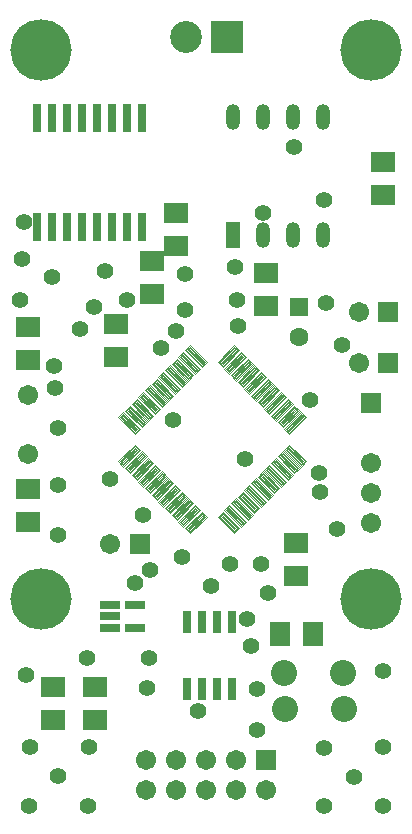
<source format=gts>
%FSLAX43Y43*%
%MOMM*%
G71*
G01*
G75*
%ADD10C,0.100*%
%ADD11R,1.800X1.600*%
%ADD12R,1.600X1.800*%
%ADD13O,1.000X2.000*%
%ADD14R,0.600X1.700*%
%ADD15R,0.600X2.150*%
%ADD16R,0.600X2.150*%
%ADD17R,1.450X0.550*%
%ADD18R,1.000X2.000*%
%ADD19R,1.450X0.550*%
%ADD20C,0.500*%
%ADD21C,1.000*%
%ADD22C,1.500*%
%ADD23R,1.500X1.500*%
%ADD24C,1.400*%
%ADD25C,2.000*%
%ADD26C,5.000*%
%ADD27R,1.400X1.400*%
%ADD28C,2.500*%
%ADD29R,2.500X2.500*%
%ADD30C,1.200*%
%ADD31C,0.300*%
%ADD32R,2.003X1.803*%
%ADD33R,1.803X2.003*%
%ADD34O,1.203X2.203*%
%ADD35R,0.803X1.903*%
%ADD36R,0.803X2.353*%
%ADD37R,0.803X2.353*%
%ADD38R,1.653X0.753*%
%ADD39R,1.203X2.203*%
%ADD40R,1.653X0.753*%
%ADD41C,1.703*%
%ADD42R,1.703X1.703*%
%ADD43C,1.603*%
%ADD44C,2.203*%
%ADD45C,5.203*%
%ADD46R,1.603X1.603*%
%ADD47C,2.703*%
%ADD48R,2.703X2.703*%
%ADD49C,1.403*%
D10*
X20049Y38511D02*
X19623Y38937D01*
X21039Y40354D01*
X21466Y39927D01*
X20049Y38511D01*
Y38629D02*
X19741Y38937D01*
X21039Y40236D01*
X21348Y39927D01*
X20049Y38629D01*
Y38747D02*
X19858Y38937D01*
X21039Y40118D01*
X21230Y39927D01*
X20049Y38747D01*
Y38864D02*
X19976Y38937D01*
X21039Y40000D01*
X21112Y39927D01*
X20049Y38864D01*
X20081Y38951D02*
X21008Y39914D01*
X19484Y39077D02*
X19057Y39503D01*
X20474Y40920D01*
X20900Y40493D01*
X19484Y39077D01*
Y39194D02*
X19175Y39503D01*
X20474Y40802D01*
X20782Y40493D01*
X19484Y39194D01*
Y39312D02*
X19293Y39503D01*
X20474Y40684D01*
X20664Y40493D01*
X19484Y39312D01*
Y39430D02*
X19411Y39503D01*
X20474Y40566D01*
X20546Y40493D01*
X19484Y39430D01*
X19515Y39517D02*
X20442Y40480D01*
X24575Y33985D02*
X24148Y34412D01*
X25565Y35828D01*
X25991Y35402D01*
X24575Y33985D01*
Y34103D02*
X24266Y34412D01*
X25565Y35711D01*
X25873Y35402D01*
X24575Y34103D01*
Y34221D02*
X24384Y34412D01*
X25565Y35593D01*
X25756Y35402D01*
X24575Y34221D01*
Y34339D02*
X24502Y34412D01*
X25565Y35475D01*
X25638Y35402D01*
X24575Y34339D01*
X24606Y34425D02*
X25533Y35388D01*
X24009Y34551D02*
X23583Y34978D01*
X24999Y36394D01*
X25426Y35968D01*
X24009Y34551D01*
Y34669D02*
X23700Y34978D01*
X24999Y36276D01*
X25308Y35968D01*
X24009Y34669D01*
Y34787D02*
X23818Y34978D01*
X24999Y36158D01*
X25190Y35968D01*
X24009Y34787D01*
Y34905D02*
X23936Y34978D01*
X24999Y36040D01*
X25072Y35968D01*
X24009Y34905D01*
X24040Y34991D02*
X24968Y35954D01*
X23443Y35117D02*
X23017Y35543D01*
X24433Y36960D01*
X24860Y36533D01*
X23443Y35117D01*
Y35235D02*
X23135Y35543D01*
X24433Y36842D01*
X24742Y36533D01*
X23443Y35235D01*
Y35352D02*
X23253Y35543D01*
X24433Y36724D01*
X24624Y36533D01*
X23443Y35352D01*
Y35470D02*
X23370Y35543D01*
X24433Y36606D01*
X24506Y36533D01*
X23443Y35470D01*
X23475Y35557D02*
X24402Y36520D01*
X22878Y35682D02*
X22451Y36109D01*
X23868Y37525D01*
X24294Y37099D01*
X22878Y35682D01*
Y35800D02*
X22569Y36109D01*
X23868Y37408D01*
X24176Y37099D01*
X22878Y35800D01*
Y35918D02*
X22687Y36109D01*
X23868Y37290D01*
X24058Y37099D01*
X22878Y35918D01*
Y36036D02*
X22805Y36109D01*
X23868Y37172D01*
X23941Y37099D01*
X22878Y36036D01*
X22909Y36122D02*
X23836Y37085D01*
X22312Y36248D02*
X21885Y36675D01*
X23302Y38091D01*
X23728Y37665D01*
X22312Y36248D01*
Y36366D02*
X22003Y36675D01*
X23302Y37973D01*
X23611Y37665D01*
X22312Y36366D01*
Y36484D02*
X22121Y36675D01*
X23302Y37855D01*
X23493Y37665D01*
X22312Y36484D01*
Y36602D02*
X22239Y36675D01*
X23302Y37738D01*
X23375Y37665D01*
X22312Y36602D01*
X22343Y36688D02*
X23271Y37651D01*
X21746Y36814D02*
X21320Y37240D01*
X22736Y38657D01*
X23163Y38230D01*
X21746Y36814D01*
Y36932D02*
X21438Y37240D01*
X22736Y38539D01*
X23045Y38230D01*
X21746Y36932D01*
Y37049D02*
X21555Y37240D01*
X22736Y38421D01*
X22927Y38230D01*
X21746Y37049D01*
Y37167D02*
X21673Y37240D01*
X22736Y38303D01*
X22809Y38230D01*
X21746Y37167D01*
X21778Y37254D02*
X22705Y38217D01*
X21181Y37379D02*
X20754Y37806D01*
X22171Y39222D01*
X22597Y38796D01*
X21181Y37379D01*
Y37497D02*
X20872Y37806D01*
X22171Y39105D01*
X22479Y38796D01*
X21181Y37497D01*
Y37615D02*
X20990Y37806D01*
X22171Y38987D01*
X22361Y38796D01*
X21181Y37615D01*
Y37733D02*
X21108Y37806D01*
X22171Y38869D01*
X22244Y38796D01*
X21181Y37733D01*
X21212Y37819D02*
X22139Y38782D01*
X20615Y37945D02*
X20188Y38372D01*
X21605Y39788D01*
X22031Y39362D01*
X20615Y37945D01*
Y38063D02*
X20306Y38372D01*
X21605Y39670D01*
X21914Y39362D01*
X20615Y38063D01*
Y38181D02*
X20424Y38372D01*
X21605Y39552D01*
X21796Y39362D01*
X20615Y38181D01*
Y38299D02*
X20542Y38372D01*
X21605Y39435D01*
X21678Y39362D01*
X20615Y38299D01*
X20646Y38385D02*
X21573Y39348D01*
X18918Y39642D02*
X18491Y40069D01*
X19908Y41485D01*
X20334Y41059D01*
X18918Y39642D01*
Y39760D02*
X18609Y40069D01*
X19908Y41367D01*
X20217Y41059D01*
X18918Y39760D01*
Y39878D02*
X18727Y40069D01*
X19908Y41250D01*
X20099Y41059D01*
X18918Y39878D01*
Y39996D02*
X18845Y40069D01*
X19908Y41132D01*
X19981Y41059D01*
X18918Y39996D01*
X18949Y40082D02*
X19876Y41045D01*
X18491Y26987D02*
X18918Y27414D01*
X20334Y25997D01*
X19908Y25571D01*
X18491Y26987D01*
X18609D02*
X18918Y27296D01*
X20216Y25997D01*
X19908Y25689D01*
X18609Y26987D01*
X18727D02*
X18918Y27178D01*
X20099Y25997D01*
X19908Y25806D01*
X18727Y26987D01*
X18845D02*
X18918Y27060D01*
X19981Y25997D01*
X19908Y25924D01*
X18845Y26987D01*
X18931Y26956D02*
X19894Y26029D01*
X19057Y27553D02*
X19484Y27979D01*
X20900Y26563D01*
X20473Y26136D01*
X19057Y27553D01*
X19175D02*
X19484Y27862D01*
X20782Y26563D01*
X20473Y26254D01*
X19175Y27553D01*
X19293D02*
X19484Y27744D01*
X20664Y26563D01*
X20473Y26372D01*
X19293Y27553D01*
X19411D02*
X19484Y27626D01*
X20546Y26563D01*
X20473Y26490D01*
X19411Y27553D01*
X19497Y27522D02*
X20460Y26594D01*
X19623Y28119D02*
X20049Y28545D01*
X21466Y27129D01*
X21039Y26702D01*
X19623Y28119D01*
X19741D02*
X20049Y28427D01*
X21348Y27129D01*
X21039Y26820D01*
X19741Y28119D01*
X19858D02*
X20049Y28309D01*
X21230Y27129D01*
X21039Y26938D01*
X19858Y28119D01*
X19976D02*
X20049Y28192D01*
X21112Y27129D01*
X21039Y27056D01*
X19976Y28119D01*
X20063Y28087D02*
X21026Y27160D01*
X20188Y28684D02*
X20615Y29111D01*
X22031Y27694D01*
X21605Y27268D01*
X20188Y28684D01*
X20306D02*
X20615Y28993D01*
X21914Y27694D01*
X21605Y27386D01*
X20306Y28684D01*
X20424D02*
X20615Y28875D01*
X21796Y27694D01*
X21605Y27504D01*
X20424Y28684D01*
X20542D02*
X20615Y28757D01*
X21678Y27694D01*
X21605Y27621D01*
X20542Y28684D01*
X20628Y28653D02*
X21591Y27726D01*
X20754Y29250D02*
X21181Y29677D01*
X22597Y28260D01*
X22171Y27834D01*
X20754Y29250D01*
X20872D02*
X21181Y29559D01*
X22479Y28260D01*
X22171Y27951D01*
X20872Y29250D01*
X20990D02*
X21181Y29441D01*
X22361Y28260D01*
X22171Y28069D01*
X20990Y29250D01*
X21108D02*
X21181Y29323D01*
X22244Y28260D01*
X22171Y28187D01*
X21108Y29250D01*
X21194Y29219D02*
X22157Y28291D01*
X21320Y29816D02*
X21746Y30242D01*
X23163Y28826D01*
X22736Y28399D01*
X21320Y29816D01*
X21438D02*
X21746Y30124D01*
X23045Y28826D01*
X22736Y28517D01*
X21438Y29816D01*
X21555D02*
X21746Y30007D01*
X22927Y28826D01*
X22736Y28635D01*
X21555Y29816D01*
X21673D02*
X21746Y29889D01*
X22809Y28826D01*
X22736Y28753D01*
X21673Y29816D01*
X21760Y29784D02*
X22723Y28857D01*
X21885Y30381D02*
X22312Y30808D01*
X23728Y29391D01*
X23302Y28965D01*
X21885Y30381D01*
X22003D02*
X22312Y30690D01*
X23611Y29391D01*
X23302Y29083D01*
X22003Y30381D01*
X22121D02*
X22312Y30572D01*
X23493Y29391D01*
X23302Y29201D01*
X22121Y30381D01*
X22239D02*
X22312Y30454D01*
X23375Y29391D01*
X23302Y29318D01*
X22239Y30381D01*
X22325Y30350D02*
X23288Y29423D01*
X22451Y30947D02*
X22878Y31374D01*
X24294Y29957D01*
X23868Y29531D01*
X22451Y30947D01*
X22569D02*
X22878Y31256D01*
X24176Y29957D01*
X23868Y29648D01*
X22569Y30947D01*
X22687D02*
X22878Y31138D01*
X24058Y29957D01*
X23868Y29766D01*
X22687Y30947D01*
X22805D02*
X22878Y31020D01*
X23941Y29957D01*
X23868Y29884D01*
X22805Y30947D01*
X22891Y30916D02*
X23854Y29989D01*
X23017Y31513D02*
X23443Y31939D01*
X24860Y30523D01*
X24433Y30096D01*
X23017Y31513D01*
X23135D02*
X23443Y31821D01*
X24742Y30523D01*
X24433Y30214D01*
X23135Y31513D01*
X23253D02*
X23443Y31704D01*
X24624Y30523D01*
X24433Y30332D01*
X23253Y31513D01*
X23370D02*
X23443Y31586D01*
X24506Y30523D01*
X24433Y30450D01*
X23370Y31513D01*
X23457Y31481D02*
X24420Y30554D01*
X23583Y32078D02*
X24009Y32505D01*
X25426Y31088D01*
X24999Y30662D01*
X23583Y32078D01*
X23700D02*
X24009Y32387D01*
X25308Y31088D01*
X24999Y30780D01*
X23700Y32078D01*
X23818D02*
X24009Y32269D01*
X25190Y31088D01*
X24999Y30898D01*
X23818Y32078D01*
X23936D02*
X24009Y32151D01*
X25072Y31088D01*
X24999Y31016D01*
X23936Y32078D01*
X24023Y32047D02*
X24986Y31120D01*
X24148Y32644D02*
X24575Y33071D01*
X25991Y31654D01*
X25565Y31228D01*
X24148Y32644D01*
X24266D02*
X24575Y32953D01*
X25873Y31654D01*
X25565Y31345D01*
X24266Y32644D01*
X24384D02*
X24575Y32835D01*
X25756Y31654D01*
X25565Y31463D01*
X24384Y32644D01*
X24502D02*
X24575Y32717D01*
X25638Y31654D01*
X25565Y31581D01*
X24502Y32644D01*
X24588Y32613D02*
X25551Y31686D01*
X16160Y25571D02*
X15734Y25997D01*
X17150Y27414D01*
X17577Y26987D01*
X16160Y25571D01*
Y25689D02*
X15851Y25997D01*
X17150Y27296D01*
X17459Y26987D01*
X16160Y25689D01*
Y25806D02*
X15969Y25997D01*
X17150Y27178D01*
X17341Y26987D01*
X16160Y25806D01*
Y25924D02*
X16087Y25997D01*
X17150Y27060D01*
X17223Y26987D01*
X16160Y25924D01*
X16192Y26011D02*
X17119Y26974D01*
X15594Y26136D02*
X15168Y26563D01*
X16584Y27979D01*
X17011Y27553D01*
X15594Y26136D01*
Y26254D02*
X15286Y26563D01*
X16584Y27862D01*
X16893Y27553D01*
X15594Y26254D01*
Y26372D02*
X15404Y26563D01*
X16584Y27744D01*
X16775Y27553D01*
X15594Y26372D01*
Y26490D02*
X15522Y26563D01*
X16584Y27626D01*
X16657Y27553D01*
X15594Y26490D01*
X15626Y26576D02*
X16553Y27539D01*
X15029Y26702D02*
X14602Y27129D01*
X16019Y28545D01*
X16445Y28119D01*
X15029Y26702D01*
Y26820D02*
X14720Y27129D01*
X16019Y28427D01*
X16327Y28119D01*
X15029Y26820D01*
Y26938D02*
X14838Y27129D01*
X16019Y28309D01*
X16210Y28119D01*
X15029Y26938D01*
Y27056D02*
X14956Y27129D01*
X16019Y28192D01*
X16092Y28119D01*
X15029Y27056D01*
X15060Y27142D02*
X15987Y28105D01*
X14463Y27268D02*
X14037Y27694D01*
X15453Y29111D01*
X15880Y28684D01*
X14463Y27268D01*
Y27386D02*
X14154Y27694D01*
X15453Y28993D01*
X15762Y28684D01*
X14463Y27386D01*
Y27504D02*
X14272Y27694D01*
X15453Y28875D01*
X15644Y28684D01*
X14463Y27504D01*
Y27621D02*
X14390Y27694D01*
X15453Y28757D01*
X15526Y28684D01*
X14463Y27621D01*
X14495Y27708D02*
X15422Y28671D01*
X13897Y27834D02*
X13471Y28260D01*
X14887Y29677D01*
X15314Y29250D01*
X13897Y27834D01*
Y27951D02*
X13589Y28260D01*
X14887Y29559D01*
X15196Y29250D01*
X13897Y27951D01*
Y28069D02*
X13707Y28260D01*
X14887Y29441D01*
X15078Y29250D01*
X13897Y28069D01*
Y28187D02*
X13824Y28260D01*
X14887Y29323D01*
X14960Y29250D01*
X13897Y28187D01*
X13929Y28274D02*
X14856Y29237D01*
X13332Y28399D02*
X12905Y28826D01*
X14322Y30242D01*
X14748Y29816D01*
X13332Y28399D01*
Y28517D02*
X13023Y28826D01*
X14322Y30124D01*
X14630Y29816D01*
X13332Y28517D01*
Y28635D02*
X13141Y28826D01*
X14322Y30007D01*
X14513Y29816D01*
X13332Y28635D01*
Y28753D02*
X13259Y28826D01*
X14322Y29889D01*
X14395Y29816D01*
X13332Y28753D01*
X13363Y28839D02*
X14290Y29802D01*
X12766Y28965D02*
X12340Y29391D01*
X13756Y30808D01*
X14183Y30381D01*
X12766Y28965D01*
Y29083D02*
X12457Y29391D01*
X13756Y30690D01*
X14065Y30381D01*
X12766Y29083D01*
Y29201D02*
X12575Y29391D01*
X13756Y30572D01*
X13947Y30381D01*
X12766Y29201D01*
Y29318D02*
X12693Y29391D01*
X13756Y30454D01*
X13829Y30381D01*
X12766Y29318D01*
X12797Y29405D02*
X13725Y30368D01*
X12200Y29531D02*
X11774Y29957D01*
X13190Y31374D01*
X13617Y30947D01*
X12200Y29531D01*
Y29648D02*
X11892Y29957D01*
X13190Y31256D01*
X13499Y30947D01*
X12200Y29648D01*
Y29766D02*
X12010Y29957D01*
X13190Y31138D01*
X13381Y30947D01*
X12200Y29766D01*
Y29884D02*
X12127Y29957D01*
X13190Y31020D01*
X13263Y30947D01*
X12200Y29884D01*
X12232Y29971D02*
X13159Y30934D01*
X11635Y30096D02*
X11208Y30523D01*
X12625Y31939D01*
X13051Y31513D01*
X11635Y30096D01*
Y30214D02*
X11326Y30523D01*
X12625Y31821D01*
X12933Y31513D01*
X11635Y30214D01*
Y30332D02*
X11444Y30523D01*
X12625Y31704D01*
X12815Y31513D01*
X11635Y30332D01*
Y30450D02*
X11562Y30523D01*
X12625Y31586D01*
X12698Y31513D01*
X11635Y30450D01*
X11666Y30536D02*
X12593Y31499D01*
X11069Y30662D02*
X10642Y31088D01*
X12059Y32505D01*
X12485Y32078D01*
X11069Y30662D01*
Y30780D02*
X10760Y31088D01*
X12059Y32387D01*
X12368Y32078D01*
X11069Y30780D01*
Y30898D02*
X10878Y31088D01*
X12059Y32269D01*
X12250Y32078D01*
X11069Y30898D01*
Y31016D02*
X10996Y31088D01*
X12059Y32151D01*
X12132Y32078D01*
X11069Y31016D01*
X11100Y31102D02*
X12028Y32065D01*
X10503Y31228D02*
X10077Y31654D01*
X11493Y33071D01*
X11920Y32644D01*
X10503Y31228D01*
Y31345D02*
X10195Y31654D01*
X11493Y32953D01*
X11802Y32644D01*
X10503Y31345D01*
Y31463D02*
X10312Y31654D01*
X11493Y32835D01*
X11684Y32644D01*
X10503Y31463D01*
Y31581D02*
X10430Y31654D01*
X11493Y32717D01*
X11566Y32644D01*
X10503Y31581D01*
X10535Y31668D02*
X11462Y32631D01*
X10077Y35402D02*
X10503Y35828D01*
X11920Y34412D01*
X11493Y33985D01*
X10077Y35402D01*
X10195D02*
X10503Y35710D01*
X11802Y34412D01*
X11493Y34103D01*
X10195Y35402D01*
X10312D02*
X10503Y35593D01*
X11684Y34412D01*
X11493Y34221D01*
X10312Y35402D01*
X10430D02*
X10503Y35475D01*
X11566Y34412D01*
X11493Y34339D01*
X10430Y35402D01*
X10517Y35370D02*
X11480Y34443D01*
X10642Y35967D02*
X11069Y36394D01*
X12485Y34978D01*
X12059Y34551D01*
X10642Y35967D01*
X10760D02*
X11069Y36276D01*
X12368Y34978D01*
X12059Y34669D01*
X10760Y35967D01*
X10878D02*
X11069Y36158D01*
X12250Y34978D01*
X12059Y34787D01*
X10878Y35967D01*
X10996D02*
X11069Y36040D01*
X12132Y34978D01*
X12059Y34905D01*
X10996Y35967D01*
X11082Y35936D02*
X12045Y35009D01*
X11208Y36533D02*
X11635Y36960D01*
X13051Y35543D01*
X12625Y35117D01*
X11208Y36533D01*
X11326D02*
X11635Y36842D01*
X12933Y35543D01*
X12625Y35235D01*
X11326Y36533D01*
X11444D02*
X11635Y36724D01*
X12815Y35543D01*
X12625Y35352D01*
X11444Y36533D01*
X11562D02*
X11635Y36606D01*
X12698Y35543D01*
X12625Y35470D01*
X11562Y36533D01*
X11648Y36502D02*
X12611Y35575D01*
X11774Y37099D02*
X12200Y37525D01*
X13617Y36109D01*
X13190Y35682D01*
X11774Y37099D01*
X11892D02*
X12200Y37408D01*
X13499Y36109D01*
X13190Y35800D01*
X11892Y37099D01*
X12010D02*
X12200Y37290D01*
X13381Y36109D01*
X13190Y35918D01*
X12010Y37099D01*
X12127D02*
X12200Y37172D01*
X13263Y36109D01*
X13190Y36036D01*
X12127Y37099D01*
X12214Y37067D02*
X13177Y36140D01*
X12340Y37665D02*
X12766Y38091D01*
X14183Y36675D01*
X13756Y36248D01*
X12340Y37665D01*
X12457D02*
X12766Y37973D01*
X14065Y36675D01*
X13756Y36366D01*
X12457Y37665D01*
X12575D02*
X12766Y37855D01*
X13947Y36675D01*
X13756Y36484D01*
X12575Y37665D01*
X12693D02*
X12766Y37738D01*
X13829Y36675D01*
X13756Y36602D01*
X12693Y37665D01*
X12780Y37633D02*
X13743Y36706D01*
X12905Y38230D02*
X13332Y38657D01*
X14748Y37240D01*
X14322Y36814D01*
X12905Y38230D01*
X13023D02*
X13332Y38539D01*
X14630Y37240D01*
X14322Y36932D01*
X13023Y38230D01*
X13141D02*
X13332Y38421D01*
X14513Y37240D01*
X14322Y37049D01*
X13141Y38230D01*
X13259D02*
X13332Y38303D01*
X14395Y37240D01*
X14322Y37167D01*
X13259Y38230D01*
X13345Y38199D02*
X14308Y37272D01*
X13471Y38796D02*
X13897Y39222D01*
X15314Y37806D01*
X14887Y37379D01*
X13471Y38796D01*
X13589D02*
X13897Y39105D01*
X15196Y37806D01*
X14887Y37497D01*
X13589Y38796D01*
X13707D02*
X13897Y38987D01*
X15078Y37806D01*
X14887Y37615D01*
X13707Y38796D01*
X13824D02*
X13897Y38869D01*
X14960Y37806D01*
X14887Y37733D01*
X13824Y38796D01*
X13911Y38765D02*
X14874Y37837D01*
X14037Y39362D02*
X14463Y39788D01*
X15880Y38372D01*
X15453Y37945D01*
X14037Y39362D01*
X14154D02*
X14463Y39670D01*
X15762Y38372D01*
X15453Y38063D01*
X14154Y39362D01*
X14272D02*
X14463Y39552D01*
X15644Y38372D01*
X15453Y38181D01*
X14272Y39362D01*
X14390D02*
X14463Y39435D01*
X15526Y38372D01*
X15453Y38299D01*
X14390Y39362D01*
X14477Y39330D02*
X15440Y38403D01*
X14602Y39927D02*
X15029Y40354D01*
X16445Y38937D01*
X16019Y38511D01*
X14602Y39927D01*
X14720D02*
X15029Y40236D01*
X16327Y38937D01*
X16019Y38629D01*
X14720Y39927D01*
X14838D02*
X15029Y40118D01*
X16210Y38937D01*
X16019Y38747D01*
X14838Y39927D01*
X14956D02*
X15029Y40000D01*
X16092Y38937D01*
X16019Y38864D01*
X14956Y39927D01*
X15042Y39896D02*
X16005Y38969D01*
X15168Y40493D02*
X15594Y40920D01*
X17011Y39503D01*
X16584Y39077D01*
X15168Y40493D01*
X15286D02*
X15594Y40802D01*
X16893Y39503D01*
X16584Y39194D01*
X15286Y40493D01*
X15404D02*
X15594Y40684D01*
X16775Y39503D01*
X16584Y39312D01*
X15404Y40493D01*
X15522D02*
X15594Y40566D01*
X16657Y39503D01*
X16584Y39430D01*
X15522Y40493D01*
X15608Y40462D02*
X16571Y39534D01*
X15734Y41059D02*
X16160Y41485D01*
X17577Y40069D01*
X17150Y39642D01*
X15734Y41059D01*
X15851D02*
X16160Y41367D01*
X17459Y40069D01*
X17150Y39760D01*
X15851Y41059D01*
X15969D02*
X16160Y41250D01*
X17341Y40069D01*
X17150Y39878D01*
X15969Y41059D01*
X16087D02*
X16160Y41132D01*
X17223Y40069D01*
X17150Y39996D01*
X16087Y41059D01*
X16174Y41027D02*
X17137Y40100D01*
D32*
X22599Y47640D02*
D03*
X2425Y29308D02*
D03*
X2425Y26508D02*
D03*
X2411Y40248D02*
D03*
X2411Y43048D02*
D03*
X25153Y24756D02*
D03*
X9899Y40522D02*
D03*
X9899Y43322D02*
D03*
X32519Y57014D02*
D03*
Y54214D02*
D03*
X14979Y52720D02*
D03*
X4579Y12564D02*
D03*
X4579Y9764D02*
D03*
X8121Y9788D02*
D03*
X8121Y12588D02*
D03*
X22599Y44840D02*
D03*
X25153Y21956D02*
D03*
X14979Y49920D02*
D03*
X12947Y45856D02*
D03*
X12947Y48656D02*
D03*
D33*
X23758Y17025D02*
D03*
X26558Y17025D02*
D03*
D34*
X22369Y50807D02*
D03*
X27444D02*
D03*
Y60807D02*
D03*
X19819D02*
D03*
X24894Y50807D02*
D03*
X24894Y60857D02*
D03*
X22369Y60807D02*
D03*
D35*
X15875Y12390D02*
D03*
X17145D02*
D03*
X18415D02*
D03*
X15875Y18090D02*
D03*
X17145D02*
D03*
X19685D02*
D03*
Y12390D02*
D03*
X18415Y18090D02*
D03*
D36*
X3175Y51509D02*
D03*
X4445D02*
D03*
X8255D02*
D03*
X9525D02*
D03*
X10795D02*
D03*
X3175Y60759D02*
D03*
X4445D02*
D03*
X12065D02*
D03*
X6985Y51509D02*
D03*
X12065D02*
D03*
X5715Y60759D02*
D03*
X6985D02*
D03*
X8255D02*
D03*
X9525D02*
D03*
X10795D02*
D03*
D37*
X5715Y51509D02*
D03*
D38*
X11489Y19492D02*
D03*
D39*
X19819Y50807D02*
D03*
D40*
X9339Y19492D02*
D03*
Y18542D02*
D03*
Y17592D02*
D03*
X11489D02*
D03*
D41*
X30434Y44299D02*
D03*
X30434Y39999D02*
D03*
X2418Y32310D02*
D03*
X2418Y37310D02*
D03*
X31487Y31504D02*
D03*
Y28964D02*
D03*
Y26424D02*
D03*
X17526Y3810D02*
D03*
X17526Y6350D02*
D03*
X20066Y3810D02*
D03*
Y6350D02*
D03*
X9398Y24638D02*
D03*
X22606Y3810D02*
D03*
X14986Y6350D02*
D03*
Y3810D02*
D03*
X12446Y6350D02*
D03*
Y3810D02*
D03*
D42*
X32934Y39999D02*
D03*
Y44299D02*
D03*
X31487Y36584D02*
D03*
X11938Y24638D02*
D03*
X22606Y6350D02*
D03*
D43*
X25392Y42193D02*
D03*
D44*
X24210Y10668D02*
D03*
X29130Y13716D02*
D03*
X29210Y10668D02*
D03*
X24130Y13716D02*
D03*
D45*
X3500Y66500D02*
D03*
X31500D02*
D03*
X3500Y20000D02*
D03*
X31500D02*
D03*
D46*
X25392Y44693D02*
D03*
D47*
X15804Y67564D02*
D03*
D48*
X19304D02*
D03*
D49*
X9000Y47800D02*
D03*
X9400Y30200D02*
D03*
X2100Y51900D02*
D03*
X15500Y23600D02*
D03*
X22200Y23000D02*
D03*
X20200Y43100D02*
D03*
X26300Y36900D02*
D03*
X11489Y21389D02*
D03*
X17900Y21100D02*
D03*
X21000Y18300D02*
D03*
X27200Y29100D02*
D03*
X19500Y23000D02*
D03*
X27100Y30700D02*
D03*
X16800Y10500D02*
D03*
X15000Y42700D02*
D03*
X13700Y41300D02*
D03*
X22300Y52700D02*
D03*
X12500Y12500D02*
D03*
X27500Y53800D02*
D03*
X25000Y58300D02*
D03*
X8000Y44700D02*
D03*
X4700Y37900D02*
D03*
X4600Y39700D02*
D03*
X6800Y42900D02*
D03*
X4500Y47300D02*
D03*
X14700Y35172D02*
D03*
X20800Y31900D02*
D03*
X12800Y22500D02*
D03*
X1900Y48800D02*
D03*
X1800Y45300D02*
D03*
X5000Y34500D02*
D03*
X5000Y29700D02*
D03*
Y25400D02*
D03*
X12200Y27100D02*
D03*
X15700Y47500D02*
D03*
Y44500D02*
D03*
X20000Y48100D02*
D03*
X20100Y45300D02*
D03*
X27700Y45100D02*
D03*
X29000Y41500D02*
D03*
X28600Y25900D02*
D03*
X22800Y20500D02*
D03*
X21300Y16000D02*
D03*
X32500Y13900D02*
D03*
X27500Y7400D02*
D03*
X32500Y7500D02*
D03*
X27500Y2500D02*
D03*
X32500D02*
D03*
X30000Y4900D02*
D03*
X7600Y7500D02*
D03*
X7500Y2500D02*
D03*
X2600Y7500D02*
D03*
X2500Y2500D02*
D03*
X5000Y5000D02*
D03*
X21800Y12400D02*
D03*
Y8900D02*
D03*
X12700Y15000D02*
D03*
X7400Y15000D02*
D03*
X2300Y13600D02*
D03*
X10800Y45300D02*
D03*
M02*

</source>
